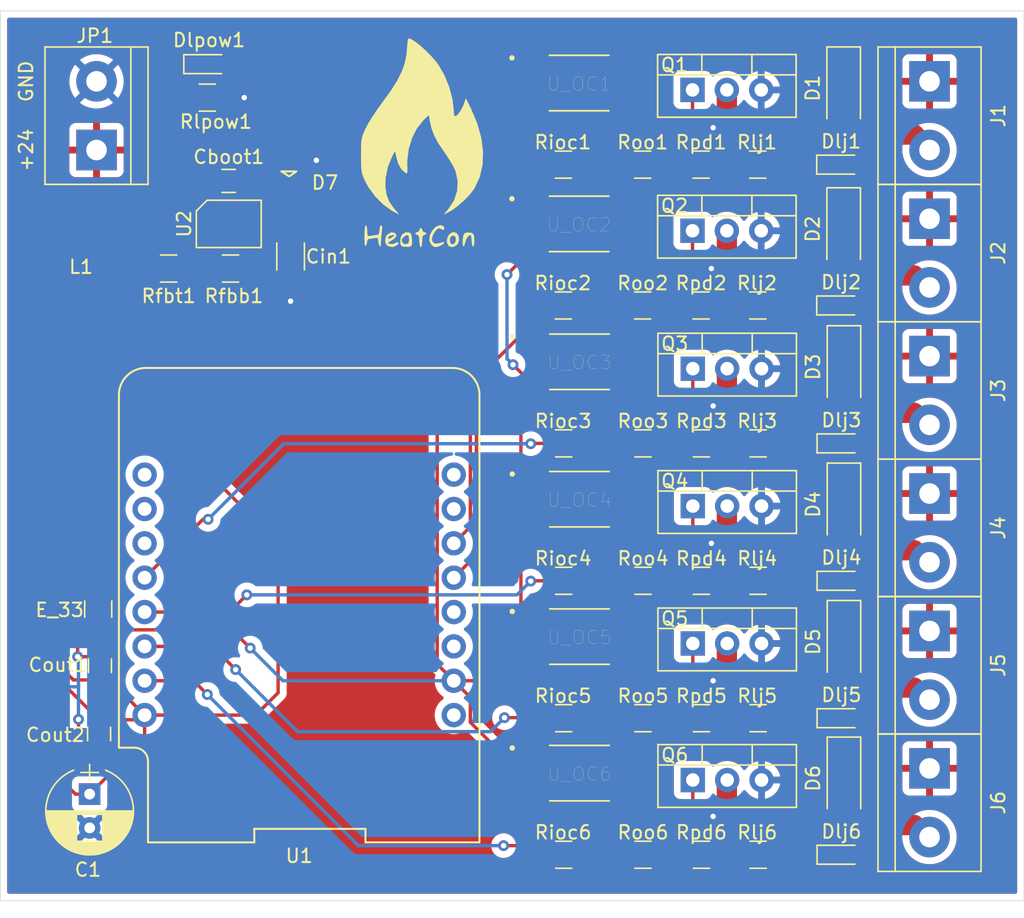
<source format=kicad_pcb>
(kicad_pcb (version 20211014) (generator pcbnew)
  (layers (0 "F.Cu" signal) (31 "B.Cu" signal) (34 "B.Paste" user) (35 "F.Paste" user) (36 "B.SilkS" user "B.Silkscreen") (37 "F.SilkS" user "F.Silkscreen") (38 "B.Mask" user) (39 "F.Mask" user) (44 "Edge.Cuts" user))
  (net 0 "")
  (net 1 "GND")
  (net 2 "/3V3")
  (net 3 "/24V")
  (net 4 "/GND2")
  (net 5 "Net-(Q1-Pad1)")
  (net 6 "Net-(Cboot1-Pad1)")
  (net 7 "Net-(Rfbb1-Pad1)")
  (net 8 "/SW")
  (net 9 "Net-(D2-Pad2)")
  (net 10 "Net-(D1-Pad2)")
  (net 11 "Net-(Dlj1-Pad1)")
  (net 12 "Net-(Dlpow1-Pad1)")
  (net 13 "Net-(Rioc1-Pad1)")
  (net 14 "Net-(Roo1-Pad1)")
  (net 15 "Net-(Dlj2-Pad1)")
  (net 16 "Net-(Q2-Pad1)")
  (net 17 "Net-(Rioc2-Pad1)")
  (net 18 "Net-(Roo2-Pad1)")
  (net 19 "Net-(D3-Pad2)")
  (net 20 "Net-(D4-Pad2)")
  (net 21 "Net-(D5-Pad2)")
  (net 22 "Net-(D6-Pad2)")
  (net 23 "Net-(Dlj3-Pad1)")
  (net 24 "Net-(Dlj4-Pad1)")
  (net 25 "Net-(Dlj5-Pad1)")
  (net 26 "Net-(Dlj6-Pad1)")
  (net 27 "Net-(Q3-Pad1)")
  (net 28 "Net-(Q4-Pad1)")
  (net 29 "Net-(Q5-Pad1)")
  (net 30 "Net-(Q6-Pad1)")
  (net 31 "/D1")
  (net 32 "/D2")
  (net 33 "Net-(Rioc3-Pad1)")
  (net 34 "Net-(Rioc4-Pad1)")
  (net 35 "/D5")
  (net 36 "Net-(Rioc5-Pad1)")
  (net 37 "Net-(Rioc6-Pad1)")
  (net 38 "/D6")
  (net 39 "Net-(Roo3-Pad1)")
  (net 40 "Net-(Roo4-Pad1)")
  (net 41 "Net-(Roo5-Pad1)")
  (net 42 "Net-(Roo6-Pad1)")
  (net 43 "/D7")
  (net 44 "/D8")
  (footprint "TO_SOT_Packages_THT:TO-220-3_Vertical" (layer "F.Cu") (at 201.549 56.642)
    (fp_text reference "Q1")
    (fp_text value "IRF3205")
  )
  (footprint "Wemos git:wemos-d1-mini-with-pin-header" (layer "F.Cu") (at 172.466 93.98 90)
    (fp_text reference "U1")
    (fp_text value "WeMos_D1_mini")
  )
  (footprint "HeatController:R_0805_H" (layer "F.Cu") (at 202.184 62.1665)
    (fp_text reference "Rpd1")
    (fp_text value "20k")
  )
  (footprint "LEDs:LED_0805" (layer "F.Cu") (at 212.5345 62.1665)
    (fp_text reference "Dlj1")
    (fp_text value "LED")
  )
  (footprint "HeatController:TerminalBlock_bornier-2_P5.08mm_tight" (layer "F.Cu") (at 157.48 61.087 90)
    (fp_text reference "JP1")
    (fp_text value "Screw_Terminal_01x02")
  )
  (footprint "HeatController:TerminalBlock_bornier-2_P5.08mm_tight" (layer "F.Cu") (at 219.075 56.007 -90)
    (fp_text reference "J1")
    (fp_text value "Screw_Terminal_01x02")
  )
  (footprint "HeatController:R_0805_H" (layer "F.Cu") (at 206.375 62.1665 180)
    (fp_text reference "Rlj1")
    (fp_text value "7k")
  )
  (footprint "Capacitors_THT:CP_Radial_D6.3mm_P2.50mm" (layer "F.Cu") (at 156.972 108.712 -90)
    (fp_text reference "C1")
    (fp_text value "100uF")
  )
  (footprint "libs:SOP254P700X200-4N" (layer "F.Cu") (at 193.167 56.134)
    (fp_text reference "U_OC1")
    (fp_text value "EL357N(A)(TA)-G")
  )
  (footprint "HeatController:DO-214AC" (layer "F.Cu") (at 212.725 56.515 -90)
    (fp_text reference "D1")
    (fp_text value "1N4007")
  )
  (footprint "HeatController:C_0805_H" (layer "F.Cu") (at 167.259 63.373)
    (fp_text reference "Cboot1")
    (fp_text value "100nF")
  )
  (footprint "Capacitors_SMD:C_1206" (layer "F.Cu") (at 171.831 68.961 -90)
    (fp_text reference "Cin1")
    (fp_text value "4.7uF")
  )
  (footprint "HeatController:C_0805_H" (layer "F.Cu") (at 157.6705 104.267 -90)
    (fp_text reference "Cout2")
    (fp_text value "22uF")
  )
  (footprint "HeatController:SOD-123EP" (layer "F.Cu") (at 171.704 63.119 90)
    (fp_text reference "D7")
    (fp_text value "600mV")
  )
  (footprint "HeatController:SRN_INDUCTOR" (layer "F.Cu") (at 156.591 69.723 90)
    (fp_text reference "L1")
    (fp_text value "15uH")
  )
  (footprint "HeatController:LRM14010A" (layer "F.Cu") (at 167.767 66.548)
    (fp_text reference "U2")
    (fp_text value "LMR14010ADDC")
  )
  (footprint "HeatController:R_0805_H" (layer "F.Cu") (at 167.386 69.85)
    (fp_text reference "Rfbb1")
    (fp_text value "R")
  )
  (footprint "HeatController:R_0805_H" (layer "F.Cu") (at 162.814 69.85)
    (fp_text reference "Rfbt1")
    (fp_text value "64.9k")
  )
  (footprint "HeatController:R_0805_H" (layer "F.Cu") (at 197.866 62.1665)
    (fp_text reference "Roo1")
    (fp_text value "20k")
  )
  (footprint "HeatController:TerminalBlock_bornier-2_P5.08mm_tight" (layer "F.Cu") (at 219.075 66.167 -90)
    (fp_text reference "J2")
    (fp_text value "Screw_Terminal_01x02")
  )
  (footprint "HeatController:TerminalBlock_bornier-2_P5.08mm_tight" (layer "F.Cu") (at 219.075 76.327 -90)
    (fp_text reference "J3")
    (fp_text value "Screw_Terminal_01x02")
  )
  (footprint "HeatController:TerminalBlock_bornier-2_P5.08mm_tight" (layer "F.Cu") (at 219.075 86.487 -90)
    (fp_text reference "J4")
    (fp_text value "Screw_Terminal_01x02")
  )
  (footprint "HeatController:TerminalBlock_bornier-2_P5.08mm_tight" (layer "F.Cu") (at 219.075 96.647 -90)
    (fp_text reference "J5")
    (fp_text value "Screw_Terminal_01x02")
  )
  (footprint "HeatController:TerminalBlock_bornier-2_P5.08mm_tight" (layer "F.Cu") (at 219.075 106.807 -90)
    (fp_text reference "J6")
    (fp_text value "Screw_Terminal_01x02")
  )
  (footprint "LEDs:LED_0805" (layer "F.Cu") (at 165.735 54.737)
    (fp_text reference "Dlpow1")
    (fp_text value "LED")
  )
  (footprint "HeatController:R_0805_H" (layer "F.Cu") (at 165.6715 57.2135 180)
    (fp_text reference "Rlpow1")
    (fp_text value "7k")
  )
  (footprint "HeatController:R_0805_H" (layer "F.Cu") (at 192 62.1665 180)
    (fp_text reference "Rioc1")
    (fp_text value "400")
  )
  (footprint "HeatController:R_0805_H" (layer "F.Cu") (at 197.866 72.5805)
    (fp_text reference "Roo2")
    (fp_text value "20k")
  )
  (footprint "HeatController:DO-214AC" (layer "F.Cu") (at 212.725 66.929 -90)
    (fp_text reference "D2")
    (fp_text value "1N4007")
  )
  (footprint "HeatController:R_0805_H" (layer "F.Cu") (at 202.184 72.5805)
    (fp_text reference "Rpd2")
    (fp_text value "20k")
  )
  (footprint "HeatController:R_0805_H" (layer "F.Cu") (at 206.375 72.5805 180)
    (fp_text reference "Rlj2")
    (fp_text value "7k")
  )
  (footprint "HeatController:R_0805_H" (layer "F.Cu") (at 192 72.5805 180)
    (fp_text reference "Rioc2")
    (fp_text value "400")
  )
  (footprint "libs:SOP254P700X200-4N" (layer "F.Cu") (at 193.167 66.548)
    (fp_text reference "U_OC2")
    (fp_text value "EL357N(A)(TA)-G")
  )
  (footprint "TO_SOT_Packages_THT:TO-220-3_Vertical" (layer "F.Cu") (at 201.549 67.056)
    (fp_text reference "Q2")
    (fp_text value "IRF3205")
  )
  (footprint "LEDs:LED_0805" (layer "F.Cu") (at 212.5345 72.5805)
    (fp_text reference "Dlj2")
    (fp_text value "LED")
  )
  (footprint "HeatController:R_0805_H" (layer "F.Cu") (at 206.399 113.1955 180)
    (fp_text reference "Rlj6")
    (fp_text value "7k")
  )
  (footprint "LEDs:LED_0805" (layer "F.Cu") (at 212.5585 113.1955)
    (fp_text reference "Dlj6")
    (fp_text value "LED")
  )
  (footprint "TO_SOT_Packages_THT:TO-220-3_Vertical" (layer "F.Cu") (at 201.573 107.671)
    (fp_text reference "Q6")
    (fp_text value "IRF3205")
  )
  (footprint "HeatController:R_0805_H" (layer "F.Cu") (at 197.89 113.1955)
    (fp_text reference "Roo6")
    (fp_text value "20k")
  )
  (footprint "HeatController:R_0805_H" (layer "F.Cu") (at 202.208 113.1955)
    (fp_text reference "Rpd6")
    (fp_text value "20k")
  )
  (footprint "HeatController:R_0805_H" (layer "F.Cu") (at 192.024 113.1955 180)
    (fp_text reference "Rioc6")
    (fp_text value "400")
  )
  (footprint "libs:SOP254P700X200-4N" (layer "F.Cu") (at 193.191 107.163)
    (fp_text reference "U_OC6")
    (fp_text value "EL357N(A)(TA)-G")
  )
  (footprint "HeatController:DO-214AC" (layer "F.Cu") (at 212.749 107.544 -90)
    (fp_text reference "D6")
    (fp_text value "1N4007")
  )
  (footprint "HeatController:R_0805_H" (layer "F.Cu") (at 197.89 103.099)
    (fp_text reference "Roo5")
    (fp_text value "20k")
  )
  (footprint "HeatController:DO-214AC" (layer "F.Cu") (at 212.749 97.4475 -90)
    (fp_text reference "D5")
    (fp_text value "1N4007")
  )
  (footprint "HeatController:R_0805_H" (layer "F.Cu") (at 202.208 103.099)
    (fp_text reference "Rpd5")
    (fp_text value "20k")
  )
  (footprint "HeatController:R_0805_H" (layer "F.Cu") (at 206.399 103.099 180)
    (fp_text reference "Rlj5")
    (fp_text value "7k")
  )
  (footprint "HeatController:R_0805_H" (layer "F.Cu") (at 192.024 103.099 180)
    (fp_text reference "Rioc5")
    (fp_text value "400")
  )
  (footprint "libs:SOP254P700X200-4N" (layer "F.Cu") (at 193.191 97.0665)
    (fp_text reference "U_OC5")
    (fp_text value "EL357N(A)(TA)-G")
  )
  (footprint "TO_SOT_Packages_THT:TO-220-3_Vertical" (layer "F.Cu") (at 201.573 97.5745)
    (fp_text reference "Q5")
    (fp_text value "IRF3205")
  )
  (footprint "LEDs:LED_0805" (layer "F.Cu") (at 212.5585 103.099)
    (fp_text reference "Dlj5")
    (fp_text value "LED")
  )
  (footprint "HeatController:logo" (layer "F.Cu") (at 181.356 60.452)
    (fp_text reference "G***" hide)
    (fp_text value "LOGO" hide)
  )
  (footprint "HeatController:R_0805_SHORT" (layer "F.Cu") (at 157.607 95.034 90)
    (fp_text reference "E_33")
    (fp_text value "0")
  )
  (footprint "HeatController:C_0805_H" (layer "F.Cu") (at 157.734 99.221 90)
    (fp_text reference "Cout1")
    (fp_text value "22uF")
  )
  (footprint "TO_SOT_Packages_THT:TO-220-3_Vertical" (layer "F.Cu") (at 201.573 87.4145)
    (fp_text reference "Q4")
    (fp_text value "IRF3205")
  )
  (footprint "HeatController:DO-214AC" (layer "F.Cu") (at 212.749 77.1275 -90)
    (fp_text reference "D3")
    (fp_text value "1N4007")
  )
  (footprint "HeatController:R_0805_H" (layer "F.Cu") (at 202.208 92.939)
    (fp_text reference "Rpd4")
    (fp_text value "20k")
  )
  (footprint "TO_SOT_Packages_THT:TO-220-3_Vertical" (layer "F.Cu") (at 201.573 77.2545)
    (fp_text reference "Q3")
    (fp_text value "IRF3205")
  )
  (footprint "LEDs:LED_0805" (layer "F.Cu") (at 212.5585 92.939)
    (fp_text reference "Dlj4")
    (fp_text value "LED")
  )
  (footprint "HeatController:DO-214AC" (layer "F.Cu") (at 212.749 87.2875 -90)
    (fp_text reference "D4")
    (fp_text value "1N4007")
  )
  (footprint "HeatController:R_0805_H" (layer "F.Cu") (at 206.399 92.939 180)
    (fp_text reference "Rlj4")
    (fp_text value "7k")
  )
  (footprint "libs:SOP254P700X200-4N" (layer "F.Cu") (at 193.191 76.7465)
    (fp_text reference "U_OC3")
    (fp_text value "EL357N(A)(TA)-G")
  )
  (footprint "LEDs:LED_0805" (layer "F.Cu") (at 212.5585 82.779)
    (fp_text reference "Dlj3")
    (fp_text value "LED")
  )
  (footprint "HeatController:R_0805_H" (layer "F.Cu") (at 197.89 92.939)
    (fp_text reference "Roo4")
    (fp_text value "20k")
  )
  (footprint "HeatController:R_0805_H" (layer "F.Cu") (at 192.024 82.779 180)
    (fp_text reference "Rioc3")
    (fp_text value "400")
  )
  (footprint "HeatController:R_0805_H" (layer "F.Cu") (at 192.024 92.939 180)
    (fp_text reference "Rioc4")
    (fp_text value "400")
  )
  (footprint "HeatController:R_0805_H" (layer "F.Cu") (at 197.89 82.779)
    (fp_text reference "Roo3")
    (fp_text value "20k")
  )
  (footprint "libs:SOP254P700X200-4N" (layer "F.Cu") (at 193.191 86.9065)
    (fp_text reference "U_OC4")
    (fp_text value "EL357N(A)(TA)-G")
  )
  (footprint "HeatController:R_0805_H" (layer "F.Cu") (at 206.399 82.779 180)
    (fp_text reference "Rlj3")
    (fp_text value "7k")
  )
  (footprint "HeatController:R_0805_H" (layer "F.Cu") (at 202.208 82.779)
    (fp_text reference "Rpd3")
    (fp_text value "20k")
  )
  (gr_line (start 226.06 116.586) (end 226.06 50.8) (layer "Edge.Cuts") (width 0.05))
  (gr_line (start 226.06 50.8) (end 150.368 50.8) (layer "Edge.Cuts") (width 0.05))
  (gr_line (start 150.368 50.8) (end 150.368 116.586) (layer "Edge.Cuts") (width 0.05))
  (gr_line (start 150.368 116.586) (end 226.06 116.586) (layer "Edge.Cuts") (width 0.05))
  (gr_text "+24" (at 152.273 61.087 90) (layer "F.SilkS") (effects (font (size 1 1))))
  (gr_text "GND" (at 152.273 56.007 90) (layer "F.SilkS") (effects (font (size 1 1))))
  (segment (start 203.134 69.789) (end 203.2 69.723) (width 0.25) (layer "F.Cu") (net 1))
  (segment (start 203.134 72.5805) (end 203.134 69.789) (width 0.25) (layer "F.Cu") (net 1))
  (segment (start 203.158 90.1475) (end 203.224 90.0815) (width 0.25) (layer "F.Cu") (net 1))
  (segment (start 203.158 92.939) (end 203.158 90.1475) (width 0.25) (layer "F.Cu") (net 1))
  (segment (start 203.158 79.9875) (end 203.224 79.9215) (width 0.25) (layer "F.Cu") (net 1))
  (segment (start 203.158 82.779) (end 203.158 79.9875) (width 0.25) (layer "F.Cu") (net 1))
  (segment (start 203.158 110.404) (end 203.224 110.338) (width 0.25) (layer "F.Cu") (net 1))
  (segment (start 170.152462 70.461) (end 169.541462 69.85) (width 0.25) (layer "F.Cu") (net 1))
  (segment (start 166.6215 57.2135) (end 168.402 57.2135) (width 0.25) (layer "F.Cu") (net 1))
  (segment (start 203.134 62.1665) (end 203.134 59.375) (width 0.25) (layer "F.Cu") (net 1))
  (segment (start 171.831 70.461) (end 170.152462 70.461) (width 0.25) (layer "F.Cu") (net 1))
  (segment (start 171.704 61.944) (end 173.641 61.944) (width 0.25) (layer "F.Cu") (net 1))
  (segment (start 169.760538 68.390538) (end 171.831 70.461) (width 0.25) (layer "F.Cu") (net 1))
  (segment (start 203.158 100.3075) (end 203.224 100.2415) (width 0.25) (layer "F.Cu") (net 1))
  (segment (start 168.082 68.390538) (end 169.760538 68.390538) (width 0.25) (layer "F.Cu") (net 1))
  (segment (start 171.831 70.461) (end 171.831 72.263) (width 0.25) (layer "F.Cu") (net 1))
  (segment (start 169.541462 69.85) (end 168.336 69.85) (width 0.25) (layer "F.Cu") (net 1))
  (segment (start 156.083 95.201) (end 156.707 94.577) (width 0.25) (layer "F.Cu") (net 1))
  (segment (start 173.641 61.944) (end 173.736 61.849) (width 0.25) (layer "F.Cu") (net 1))
  (segment (start 156.083 98.552) (end 156.083 95.201) (width 0.25) (layer "F.Cu") (net 1))
  (segment (start 166.239462 66.548) (end 168.082 68.390538) (width 0.25) (layer "F.Cu") (net 1))
  (segment (start 203.158 113.1955) (end 203.158 110.404) (width 0.25) (layer "F.Cu") (net 1))
  (segment (start 165.909 66.548) (end 166.239462 66.548) (width 0.25) (layer "F.Cu") (net 1))
  (segment (start 156.083 98.552) (end 157.641 98.552) (width 0.25) (layer "F.Cu") (net 1))
  (segment (start 157.641 98.552) (end 157.734 98.645) (width 0.25) (layer "F.Cu") (net 1))
  (segment (start 156.1465 103.793) (end 156.1465 103.1875) (width 0.25) (layer "F.Cu") (net 1))
  (segment (start 156.707 94.577) (end 157.607 94.577) (width 0.25) (layer "F.Cu") (net 1))
  (segment (start 157.6705 105.317) (end 156.1465 103.793) (width 0.25) (layer "F.Cu") (net 1))
  (segment (start 203.158 103.099) (end 203.158 100.3075) (width 0.25) (layer "F.Cu") (net 1))
  (segment (start 168.082 69.85) (end 168.275 69.85) (width 0.25) (layer "F.Cu") (net 1))
  (segment (start 203.134 59.375) (end 203.2 59.309) (width 0.25) (layer "F.Cu") (net 1))
  (via (at 202.946 69.85) (size 0.8) (drill 0.4) (layers "F.Cu" "B.Cu") (net 1))
  (via (at 202.946 90.17) (size 0.8) (drill 0.4) (layers "F.Cu" "B.Cu") (net 1))
  (via (at 203.073 80.01) (size 0.8) (drill 0.4) (layers "F.Cu" "B.Cu") (net 1))
  (via (at 173.736 61.849) (size 0.8) (drill 0.4) (layers "F.Cu" "B.Cu") (net 1))
  (via (at 203.073 100.33) (size 0.8) (drill 0.4) (layers "F.Cu" "B.Cu") (net 1))
  (via (at 156.083 98.552) (size 0.8) (drill 0.4) (layers "F.Cu" "B.Cu") (net 1))
  (via (at 171.831 72.263) (size 0.8) (drill 0.4) (layers "F.Cu" "B.Cu") (net 1))
  (via (at 168.402 57.2135) (size 0.8) (drill 0.4) (layers "F.Cu" "B.Cu") (net 1))
  (via (at 156.1465 103.1875) (size 0.8) (drill 0.4) (layers "F.Cu" "B.Cu") (net 1))
  (via (at 203.073 59.436) (size 0.8) (drill 0.4) (layers "F.Cu" "B.Cu") (net 1))
  (via (at 203.073 110.363) (size 0.8) (drill 0.4) (layers "F.Cu" "B.Cu") (net 1))
  (segment (start 156.1465 103.1875) (end 156.1465 100.7745) (width 0.25) (layer "B.Cu") (net 1))
  (segment (start 156.1465 100.7745) (end 156.1465 98.6155) (width 0.25) (layer "B.Cu") (net 1))
  (segment (start 156.1465 100.7745) (end 154.686 100.7745) (width 0.25) (layer "B.Cu") (net 1))
  (segment (start 156.1465 98.6155) (end 156.083 98.552) (width 0.25) (layer "B.Cu") (net 1))
  (segment (start 160.0155 71.188) (end 156.21 71.188) (width 0.25) (layer "F.Cu") (net 2))
  (segment (start 155.922 108.712) (end 156.972 108.712) (width 0.25) (layer "F.Cu") (net 2))
  (segment (start 157.6705 103.217) (end 160.689 103.217) (width 0.25) (layer "F.Cu") (net 2))
  (segment (start 161.036 102.87) (end 158.437 100.271) (width 0.25) (layer "F.Cu") (net 2))
  (segment (start 161.864 69.85) (end 161.3535 69.85) (width 0.25) (layer "F.Cu") (net 2))
  (segment (start 153.289 98.8355) (end 154.3345 98.8355) (width 0.25) (layer "F.Cu") (net 2))
  (segment (start 153.289 96.9985) (end 153.289 98.8355) (width 0.25) (layer "F.Cu") (net 2))
  (segment (start 161.036 104.648) (end 156.972 108.712) (width 0.25) (layer "F.Cu") (net 2))
  (segment (start 153.887001 99.433501) (end 153.887001 106.677001) (width 0.25) (layer "F.Cu") (net 2))
  (segment (start 160.689 103.217) (end 161.036 102.87) (width 0.25) (layer "F.Cu") (net 2))
  (segment (start 161.3535 69.85) (end 160.0155 71.188) (width 0.25) (layer "F.Cu") (net 2))
  (segment (start 153.289 98.8355) (end 157.6705 103.217) (width 0.25) (layer "F.Cu") (net 2))
  (segment (start 160.0155 79.2435) (end 170.908 90.136) (width 0.25) (layer "F.Cu") (net 2))
  (segment (start 161.036 102.87) (end 169.257 102.87) (width 0.25) (layer "F.Cu") (net 2))
  (segment (start 169.257 102.87) (end 170.908 101.219) (width 0.25) (layer "F.Cu") (net 2))
  (segment (start 161.036 102.87) (end 161.036 104.648) (width 0.25) (layer "F.Cu") (net 2))
  (segment (start 154.3345 98.8355) (end 155.77 100.271) (width 0.25) (layer "F.Cu") (net 2))
  (segment (start 160.0155 71.188) (end 160.0155 79.2435) (width 0.25) (layer "F.Cu") (net 2))
  (segment (start 153.289 75.244) (end 156.21 72.323) (width 0.25) (layer "F.Cu") (net 2))
  (segment (start 153.887001 106.677001) (end 155.922 108.712) (width 0.25) (layer "F.Cu") (net 2))
  (segment (start 170.908 90.136) (end 170.908 99.06) (width 0.25) (layer "F.Cu") (net 2))
  (segment (start 170.908 99.06) (end 170.908 101.219) (width 0.25) (layer "F.Cu") (net 2))
  (segment (start 158.437 100.271) (end 157.734 100.271) (width 0.25) (layer "F.Cu") (net 2))
  (segment (start 153.289 98.8355) (end 153.887001 99.433501) (width 0.25) (layer "F.Cu") (net 2))
  (segment (start 155.77 100.271) (end 157.734 100.271) (width 0.25) (layer "F.Cu") (net 2))
  (segment (start 153.289 96.9985) (end 153.289 75.244) (width 0.25) (layer "F.Cu") (net 2))
  (segment (start 156.21 71.188) (end 155.389 71.188) (width 0.25) (layer "F.Cu") (net 2))
  (segment (start 170.918 66.548) (end 171.831 67.461) (width 0.25) (layer "F.Cu") (net 3))
  (segment (start 168.609 66.548) (end 170.918 66.548) (width 0.25) (layer "F.Cu") (net 3))
  (segment (start 188.860999 89.466501) (end 190.151 88.1765) (width 0.25) (layer "F.Cu") (net 4))
  (segment (start 190.127 68.0005) (end 190.127 67.818) (width 0.25) (layer "F.Cu") (net 4))
  (segment (start 189.332 78.0165) (end 188.2775 76.962) (width 0.25) (layer "F.Cu") (net 4))
  (segment (start 188.1575 100.33) (end 190.151 98.3365) (width 0.25) (layer "F.Cu") (net 4))
  (segment (start 190.151 98.3365) (end 188.936 98.3365) (width 0.25) (layer "F.Cu") (net 4))
  (segment (start 183.896 100.33) (end 188.1575 100.33) (width 0.25) (layer "F.Cu") (net 4))
  (segment (start 182.670999 64.915501) (end 190.127 57.4595) (width 0.25) (layer "F.Cu") (net 4))
  (segment (start 158.337999 96.564999) (end 167.494499 96.564999) (width 0.25) (layer "F.Cu") (net 4))
  (segment (start 157.607 95.834) (end 158.337999 96.564999) (width 0.25) (layer "F.Cu") (net 4))
  (segment (start 190.151 78.0165) (end 189.332 78.0165) (width 0.25) (layer "F.Cu") (net 4))
  (segment (start 188.936 88.1765) (end 188.860999 88.101499) (width 0.25) (layer "F.Cu") (net 4))
  (segment (start 167.494499 96.564999) (end 168.8465 97.917) (width 0.25) (layer "F.Cu") (net 4))
  (segment (start 190.151 88.1765) (end 188.936 88.1765) (width 0.25) (layer "F.Cu") (net 4))
  (segment (start 185.121001 103.403001) (end 190.151 108.433) (width 0.25) (layer "F.Cu") (net 4))
  (segment (start 190.127 57.4595) (end 190.127 57.404) (width 0.25) (layer "F.Cu") (net 4))
  (segment (start 182.670999 99.104999) (end 182.670999 64.915501) (width 0.25) (layer "F.Cu") (net 4))
  (segment (start 188.860999 98.261499) (end 188.860999 89.466501) (width 0.25) (layer "F.Cu") (net 4))
  (segment (start 185.121001 101.555001) (end 185.121001 103.403001) (width 0.25) (layer "F.Cu") (net 4))
  (segment (start 188.860999 88.101499) (end 188.860999 79.306501) (width 0.25) (layer "F.Cu") (net 4))
  (segment (start 183.896 100.33) (end 185.121001 101.555001) (width 0.25) (layer "F.Cu") (net 4))
  (segment (start 188.936 98.3365) (end 188.860999 98.261499) (width 0.25) (layer "F.Cu") (net 4))
  (segment (start 187.833 70.2945) (end 190.127 68.0005) (width 0.25) (layer "F.Cu") (net 4))
  (segment (start 188.860999 79.306501) (end 190.151 78.0165) (width 0.25) (layer "F.Cu") (net 4))
  (segment (start 183.896 100.33) (end 182.670999 99.104999) (width 0.25) (layer "F.Cu") (net 4))
  (via (at 168.8465 97.917) (size 0.8) (drill 0.4) (layers "F.Cu" "B.Cu") (net 4))
  (via (at 187.833 70.2945) (size 0.8) (drill 0.4) (layers "F.Cu" "B.Cu") (net 4))
  (via (at 188.2775 76.962) (size 0.8) (drill 0.4) (layers "F.Cu" "B.Cu") (net 4))
  (segment (start 168.8465 97.917) (end 171.2595 100.33) (width 0.25) (layer "B.Cu") (net 4))
  (segment (start 188.2775 76.962) (end 187.833 76.5175) (width 0.25) (layer "B.Cu") (net 4))
  (segment (start 187.833 76.5175) (end 187.833 70.2945) (width 0.25) (layer "B.Cu") (net 4))
  (segment (start 171.2595 100.33) (end 183.896 100.33) (width 0.25) (layer "B.Cu") (net 4))
  (segment (start 201.549 56.642) (end 201.549 61.8515) (width 0.25) (layer "F.Cu") (net 5))
  (segment (start 201.549 61.8515) (end 201.234 62.1665) (width 0.25) (layer "F.Cu") (net 5))
  (segment (start 199.197 62.1665) (end 201.234 62.1665) (width 0.25) (layer "F.Cu") (net 5))
  (segment (start 166.209 65.298) (end 165.909 65.598) (width 0.25) (layer "F.Cu") (net 6))
  (segment (start 166.209 63.373) (end 166.209 65.298) (width 0.25) (layer "F.Cu") (net 6))
  (segment (start 165.909 67.498) (end 165.909 69.323) (width 0.25) (layer "F.Cu") (net 7))
  (segment (start 164.145 69.85) (end 166.182 69.85) (width 0.25) (layer "F.Cu") (net 7))
  (segment (start 165.909 69.323) (end 166.436 69.85) (width 0.25) (layer "F.Cu") (net 7))
  (segment (start 169.74 65.598) (end 171.196 64.142) (width 0.25) (layer "F.Cu") (net 8))
  (segment (start 168.609 65.598) (end 169.74 65.598) (width 0.25) (layer "F.Cu") (net 8))
  (segment (start 164.335501 62.422999) (end 159.8705 66.888) (width 0.25) (layer "F.Cu") (net 8))
  (segment (start 168.309 65.298) (end 168.609 65.598) (width 0.25) (layer "F.Cu") (net 8))
  (segment (start 168.309 63.373) (end 168.309 65.298) (width 0.25) (layer "F.Cu") (net 8))
  (segment (start 159.8705 66.888) (end 156.191 66.888) (width 0.25) (layer "F.Cu") (net 8))
  (segment (start 168.309 63.373) (end 167.358999 62.422999) (width 0.25) (layer "F.Cu") (net 8))
  (segment (start 167.358999 62.422999) (end 164.335501 62.422999) (width 0.25) (layer "F.Cu") (net 8))
  (segment (start 204.089 67.056) (end 204.089 71.6255) (width 0.25) (layer "F.Cu") (net 9))
  (segment (start 204.089 71.6255) (end 205.044 72.5805) (width 0.25) (layer "F.Cu") (net 9))
  (segment (start 204.089 67.056) (end 204.089 68.834) (width 1.5) (layer "F.Cu") (net 9))
  (segment (start 217.932 70.358) (end 219.075 71.501) (width 1.5) (layer "F.Cu") (net 9))
  (segment (start 204.089 68.834) (end 205.613 70.358) (width 1.5) (layer "F.Cu") (net 9))
  (segment (start 212.725 68.929) (end 212.725 70.231) (width 0.25) (layer "F.Cu") (net 9))
  (segment (start 212.725 70.231) (end 212.598 70.358) (width 0.25) (layer "F.Cu") (net 9))
  (segment (start 205.613 70.358) (end 212.598 70.358) (width 1.5) (layer "F.Cu") (net 9))
  (segment (start 212.598 70.358) (end 217.932 70.358) (width 1.5) (layer "F.Cu") (net 9))
  (segment (start 204.089 56.642) (end 204.089 58.42) (width 1.5) (layer "F.Cu") (net 10))
  (segment (start 204.089 61.2115) (end 205.044 62.1665) (width 0.25) (layer "F.Cu") (net 10))
  (segment (start 204.089 58.42) (end 205.613 59.944) (width 1.5) (layer "F.Cu") (net 10))
  (segment (start 204.089 56.642) (end 204.089 61.2115) (width 0.25) (layer "F.Cu") (net 10))
  (segment (start 205.613 59.944) (end 217.932 59.944) (width 1.5) (layer "F.Cu") (net 10))
  (segment (start 217.932 59.944) (end 219.075 61.087) (width 1.5) (layer "F.Cu") (net 10))
  (segment (start 206.944 62.1665) (end 211.4345 62.1665) (width 0.25) (layer "F.Cu") (net 11))
  (segment (start 164.9525 56.9825) (end 164.7215 57.2135) (width 0.25) (layer "F.Cu") (net 12))
  (segment (start 164.9525 54.9275) (end 164.9525 56.9825) (width 0.25) (layer "F.Cu") (net 12))
  (segment (start 192.95 57.687) (end 190.127 54.864) (width 0.25) (layer "F.Cu") (net 13))
  (segment (start 192.95 62.1665) (end 192.95 57.687) (width 0.25) (layer "F.Cu") (net 13))
  (segment (start 196.207 57.404) (end 196.207 61.0765) (width 0.25) (layer "F.Cu") (net 14))
  (segment (start 196.207 61.0765) (end 197.297 62.1665) (width 0.25) (layer "F.Cu") (net 14))
  (segment (start 206.944 72.5805) (end 211.4345 72.5805) (width 0.25) (layer "F.Cu") (net 15))
  (segment (start 199.197 72.5805) (end 201.234 72.5805) (width 0.25) (layer "F.Cu") (net 16))
  (segment (start 201.549 72.2655) (end 201.234 72.5805) (width 0.25) (layer "F.Cu") (net 16))
  (segment (start 201.549 67.056) (end 201.549 72.2655) (width 0.25) (layer "F.Cu") (net 16))
  (segment (start 192.95 68.101) (end 190.127 65.278) (width 0.25) (layer "F.Cu") (net 17))
  (segment (start 192.95 68.101) (end 192.95 72.5805) (width 0.25) (layer "F.Cu") (net 17))
  (segment (start 196.207 67.818) (end 196.207 71.4905) (width 0.25) (layer "F.Cu") (net 18))
  (segment (start 196.207 71.4905) (end 197.297 72.5805) (width 0.25) (layer "F.Cu") (net 18))
  (segment (start 204.113 77.2545) (end 204.113 81.824) (width 0.25) (layer "F.Cu") (net 19))
  (segment (start 204.113 81.824) (end 205.068 82.779) (width 0.25) (layer "F.Cu") (net 19))
  (segment (start 212.471 80.518) (end 217.932 80.518) (width 1.5) (layer "F.Cu") (net 19))
  (segment (start 212.749 80.24) (end 212.471 80.518) (width 0.25) (layer "F.Cu") (net 19))
  (segment (start 205.613 80.518) (end 212.471 80.518) (width 1.5) (layer "F.Cu") (net 19))
  (segment (start 204.089 77.216) (end 204.089 78.994) (width 1.5) (layer "F.Cu") (net 19))
  (segment (start 204.089 78.994) (end 205.613 80.518) (width 1.5) (layer "F.Cu") (net 19))
  (segment (start 212.749 79.1275) (end 212.749 80.24) (width 0.25) (layer "F.Cu") (net 19))
  (segment (start 217.932 80.518) (end 219.075 81.661) (width 1.5) (layer "F.Cu") (net 19))
  (segment (start 204.113 91.984) (end 205.068 92.939) (width 0.25) (layer "F.Cu") (net 20))
  (segment (start 204.113 87.4145) (end 204.113 91.984) (width 0.25) (layer "F.Cu") (net 20))
  (segment (start 205.613 90.678) (end 212.598 90.678) (width 1.5) (layer "F.Cu") (net 20))
  (segment (start 204.089 87.376) (end 204.089 89.154) (width 1.5) (layer "F.Cu") (net 20))
  (segment (start 212.598 90.678) (end 217.932 90.678) (width 1.5) (layer "F.Cu") (net 20))
  (segment (start 217.932 90.678) (end 219.075 91.821) (width 1.5) (layer "F.Cu") (net 20))
  (segment (start 204.089 89.154) (end 205.613 90.678) (width 1.5) (layer "F.Cu") (net 20))
  (segment (start 212.749 89.2875) (end 212.749 90.527) (width 0.25) (layer "F.Cu") (net 20))
  (segment (start 212.749 90.527) (end 212.598 90.678) (width 0.25) (layer "F.Cu") (net 20))
  (segment (start 204.113 97.5745) (end 204.113 102.144) (width 0.25) (layer "F.Cu") (net 21))
  (segment (start 205.613 100.838) (end 212.979 100.838) (width 1.5) (layer "F.Cu") (net 21))
  (segment (start 212.749 100.608) (end 212.979 100.838) (width 0.25) (layer "F.Cu") (net 21))
  (segment (start 204.113 102.144) (end 205.068 103.099) (width 0.25) (layer "F.Cu") (net 21))
  (segment (start 212.749 99.4475) (end 212.749 100.608) (width 0.25) (layer "F.Cu") (net 21))
  (segment (start 204.089 97.536) (end 204.089 99.314) (width 1.5) (layer "F.Cu") (net 21))
  (segment (start 204.089 99.314) (end 205.613 100.838) (width 1.5) (layer "F.Cu") (net 21))
  (segment (start 212.979 100.838) (end 217.932 100.838) (width 1.5) (layer "F.Cu") (net 21))
  (segment (start 217.932 100.838) (end 219.075 101.981) (width 1.5) (layer "F.Cu") (net 21))
  (segment (start 204.089 109.474) (end 205.613 110.998) (width 1.5) (layer "F.Cu") (net 22))
  (segment (start 205.613 110.998) (end 212.725 110.998) (width 1.5) (layer "F.Cu") (net 22))
  (segment (start 212.749 110.974) (end 212.725 110.998) (width 0.25) (layer "F.Cu") (net 22))
  (segment (start 204.113 107.671) (end 204.113 112.2405) (width 0.25) (layer "F.Cu") (net 22))
  (segment (start 204.113 112.2405) (end 205.068 113.1955) (width 0.25) (layer "F.Cu") (net 22))
  (segment (start 204.089 107.696) (end 204.089 109.474) (width 1.5) (layer "F.Cu") (net 22))
  (segment (start 212.725 110.998) (end 217.932 110.998) (width 1.5) (layer "F.Cu") (net 22))
  (segment (start 212.749 109.544) (end 212.749 110.974) (width 0.25) (layer "F.Cu") (net 22))
  (segment (start 217.932 110.998) (end 219.075 112.141) (width 1.5) (layer "F.Cu") (net 22))
  (segment (start 206.968 82.779) (end 211.4585 82.779) (width 0.25) (layer "F.Cu") (net 23))
  (segment (start 206.968 92.939) (end 211.4585 92.939) (width 0.25) (layer "F.Cu") (net 24))
  (segment (start 206.968 103.099) (end 211.4585 103.099) (width 0.25) (layer "F.Cu") (net 25))
  (segment (start 206.968 113.1955) (end 211.4585 113.1955) (width 0.25) (layer "F.Cu") (net 26))
  (segment (start 199.221 82.779) (end 201.258 82.779) (width 0.25) (layer "F.Cu") (net 27))
  (segment (start 201.573 82.464) (end 201.258 82.779) (width 0.25) (layer "F.Cu") (net 27))
  (segment (start 201.573 77.2545) (end 201.573 82.464) (width 0.25) (layer "F.Cu") (net 27))
  (segment (start 201.573 87.4145) (end 201.573 92.624) (width 0.25) (layer "F.Cu") (net 28))
  (segment (start 199.221 92.939) (end 201.258 92.939) (width 0.25) (layer "F.Cu") (net 28))
  (segment (start 201.573 92.624) (end 201.258 92.939) (width 0.25) (layer "F.Cu") (net 28))
  (segment (start 199.221 103.099) (end 201.258 103.099) (width 0.25) (layer "F.Cu") (net 29))
  (segment (start 201.573 102.784) (end 201.258 103.099) (width 0.25) (layer "F.Cu") (net 29))
  (segment (start 201.573 97.5745) (end 201.573 102.784) (width 0.25) (layer "F.Cu") (net 29))
  (segment (start 199.221 113.1955) (end 201.258 113.1955) (width 0.25) (layer "F.Cu") (net 30))
  (segment (start 201.573 107.671) (end 201.573 112.8805) (width 0.25) (layer "F.Cu") (net 30))
  (segment (start 201.573 112.8805) (end 201.258 113.1955) (width 0.25) (layer "F.Cu") (net 30))
  (segment (start 183.896 90.17) (end 185.121001 88.944999) (width 0.25) (layer "F.Cu") (net 31))
  (segment (start 185.121001 68.095499) (end 191.05 62.1665) (width 0.25) (layer "F.Cu") (net 31))
  (segment (start 185.121001 88.944999) (end 185.121001 68.095499) (width 0.25) (layer "F.Cu") (net 31))
  (segment (start 185.571012 78.059488) (end 191.05 72.5805) (width 0.25) (layer "F.Cu") (net 32))
  (segment (start 185.571012 91.034988) (end 185.571012 78.059488) (width 0.25) (layer "F.Cu") (net 32))
  (segment (start 183.896 92.71) (end 185.571012 91.034988) (width 0.25) (layer "F.Cu") (net 32))
  (segment (start 192.974 78.2995) (end 190.151 75.4765) (width 0.25) (layer "F.Cu") (net 33))
  (segment (start 192.974 82.779) (end 192.974 78.2995) (width 0.25) (layer "F.Cu") (net 33))
  (segment (start 192.974 88.4595) (end 190.151 85.6365) (width 0.25) (layer "F.Cu") (net 34))
  (segment (start 192.974 92.939) (end 192.974 88.4595) (width 0.25) (layer "F.Cu") (net 34))
  (segment (start 161.036 92.71) (end 165.354 88.392) (width 0.25) (layer "F.Cu") (net 35))
  (segment (start 191.074 82.779) (end 189.611009 82.779) (width 0.25) (layer "F.Cu") (net 35))
  (segment (start 189.611009 82.779) (end 189.586009 82.804) (width 0.25) (layer "F.Cu") (net 35))
  (segment (start 165.354 88.392) (end 165.735 88.392) (width 0.25) (layer "F.Cu") (net 35))
  (via (at 189.586009 82.804) (size 0.8) (drill 0.4) (layers "F.Cu" "B.Cu") (net 35))
  (via (at 165.735 88.392) (size 0.8) (drill 0.4) (layers "F.Cu" "B.Cu") (net 35))
  (segment (start 165.735 88.392) (end 171.323 82.804) (width 0.25) (layer "B.Cu") (net 35))
  (segment (start 171.323 82.804) (end 189.586009 82.804) (width 0.25) (layer "B.Cu") (net 35))
  (segment (start 192.974 103.099) (end 192.974 98.6195) (width 0.25) (layer "F.Cu") (net 36))
  (segment (start 192.974 98.6195) (end 190.151 95.7965) (width 0.25) (layer "F.Cu") (net 36))
  (segment (start 192.974 108.716) (end 190.151 105.893) (width 0.25) (layer "F.Cu") (net 37))
  (segment (start 192.974 113.1955) (end 192.974 108.716) (width 0.25) (layer "F.Cu") (net 37))
  (segment (start 191.074 92.939) (end 189.611009 92.939) (width 0.25) (layer "F.Cu") (net 38))
  (segment (start 161.036 95.25) (end 167.3225 95.25) (width 0.25) (layer "F.Cu") (net 38))
  (segment (start 167.3225 95.25) (end 168.5925 93.98) (width 0.25) (layer "F.Cu") (net 38))
  (segment (start 161.036 95.25) (end 161.036 94.9325) (width 0.25) (layer "F.Cu") (net 38))
  (segment (start 189.611009 92.939) (end 189.586009 92.964) (width 0.25) (layer "F.Cu") (net 38))
  (via (at 189.586009 92.964) (size 0.8) (drill 0.4) (layers "F.Cu" "B.Cu") (net 38))
  (via (at 168.5925 93.98) (size 0.8) (drill 0.4) (layers "F.Cu" "B.Cu") (net 38))
  (segment (start 168.5925 93.98) (end 188.570009 93.98) (width 0.25) (layer "B.Cu") (net 38))
  (segment (start 188.570009 93.98) (end 189.586009 92.964) (width 0.25) (layer "B.Cu") (net 38))
  (segment (start 196.231 78.0165) (end 196.231 81.689) (width 0.25) (layer "F.Cu") (net 39))
  (segment (start 196.231 81.689) (end 197.321 82.779) (width 0.25) (layer "F.Cu") (net 39))
  (segment (start 196.231 88.1765) (end 196.231 91.849) (width 0.25) (layer "F.Cu") (net 40))
  (segment (start 196.231 91.849) (end 197.321 92.939) (width 0.25) (layer "F.Cu") (net 40))
  (segment (start 196.231 98.3365) (end 196.231 102.009) (width 0.25) (layer "F.Cu") (net 41))
  (segment (start 196.231 102.009) (end 197.321 103.099) (width 0.25) (layer "F.Cu") (net 41))
  (segment (start 196.231 108.433) (end 196.231 112.1055) (width 0.25) (layer "F.Cu") (net 42))
  (segment (start 196.231 112.1055) (end 197.321 113.1955) (width 0.25) (layer "F.Cu") (net 42))
  (segment (start 191.0355 103.0605) (end 191.074 103.099) (width 0.25) (layer "F.Cu") (net 43))
  (segment (start 161.036 97.79) (end 166.0525 97.79) (width 0.25) (layer "F.Cu") (net 43))
  (segment (start 187.6425 103.0605) (end 191.0355 103.0605) (width 0.25) (layer "F.Cu") (net 43))
  (segment (start 166.0525 97.79) (end 167.767 99.5045) (width 0.25) (layer "F.Cu") (net 43))
  (via (at 167.767 99.5045) (size 0.8) (drill 0.4) (layers "F.Cu" "B.Cu") (net 43))
  (via (at 187.6425 103.0605) (size 0.8) (drill 0.4) (layers "F.Cu" "B.Cu") (net 43))
  (segment (start 172.357501 104.095001) (end 186.607999 104.095001) (width 0.25) (layer "B.Cu") (net 43))
  (segment (start 186.607999 104.095001) (end 187.6425 103.0605) (width 0.25) (layer "B.Cu") (net 43))
  (segment (start 167.767 99.5045) (end 172.357501 104.095001) (width 0.25) (layer "B.Cu") (net 43))
  (segment (start 164.6555 100.33) (end 165.6715 101.346) (width 0.25) (layer "F.Cu") (net 44))
  (segment (start 187.579 112.522) (end 190.4005 112.522) (width 0.25) (layer "F.Cu") (net 44))
  (segment (start 161.036 100.33) (end 164.6555 100.33) (width 0.25) (layer "F.Cu") (net 44))
  (segment (start 190.4005 112.522) (end 191.074 113.1955) (width 0.25) (layer "F.Cu") (net 44))
  (via (at 187.579 112.522) (size 0.8) (drill 0.4) (layers "F.Cu" "B.Cu") (net 44))
  (via (at 165.6715 101.346) (size 0.8) (drill 0.4) (layers "F.Cu" "B.Cu") (net 44))
  (segment (start 176.8475 112.522) (end 187.579 112.522) (width 0.25) (layer "B.Cu") (net 44))
  (segment (start 165.6715 101.346) (end 176.8475 112.522) (width 0.25) (layer "B.Cu") (net 44))
  (zone (net 3) (net_name "/24V") (layer "F.Cu") (connect_pads (clearance 0.508)) (min_thickness 0.254) (fill yes (thermal_gap 0.508) (thermal_bridge_width 0.508))
    (polygon (pts (xy 226.06 116.586) (xy 150.368 116.586) (xy 150.368 50.8) (xy 226.06 50.8)))
  )
  (zone (net 0) (net_name "") (layer "F.Cu") (connect_pads (clearance 0)) (min_thickness 0.254)
    (keepout (tracks allowed) (vias allowed) (pads allowed) (copperpour not_allowed) (footprints allowed))
    (fill (thermal_gap 0.508) (thermal_bridge_width 0.508))
    (polygon (pts (xy 172.212 67.818) (xy 169.672 67.818) (xy 169.672 66.04) (xy 172.212 66.04)))
  )
  (zone (net 0) (net_name "") (layer "F.Cu") (connect_pads (clearance 0)) (min_thickness 0.254)
    (keepout (tracks allowed) (vias allowed) (pads allowed) (copperpour not_allowed) (footprints allowed))
    (fill (thermal_gap 0.508) (thermal_bridge_width 0.508))
    (polygon (pts (xy 169.799 68.199) (xy 165.1 68.199) (xy 165.1 64.643) (xy 169.799 64.643)))
  )
  (zone (net 1) (net_name "GND") (layer "B.Cu") (connect_pads (clearance 0.508)) (min_thickness 0.254) (fill yes (thermal_gap 0.508) (thermal_bridge_width 0.508))
    (polygon (pts (xy 226.06 116.586) (xy 150.368 116.586) (xy 150.368 50.8) (xy 226.06 50.8)))
  )
  (zone (net 0) (net_name "") (layer "B.Cu") (connect_pads (clearance 0)) (min_thickness 0.254)
    (keepout (tracks allowed) (vias allowed) (pads allowed) (copperpour not_allowed) (footprints allowed))
    (fill (thermal_gap 0.508) (thermal_bridge_width 0.508))
    (polygon (pts (xy 156.7815 103.8225) (xy 155.5115 103.8225) (xy 155.5115 97.917) (xy 156.7815 97.917)))
  )
)
</source>
